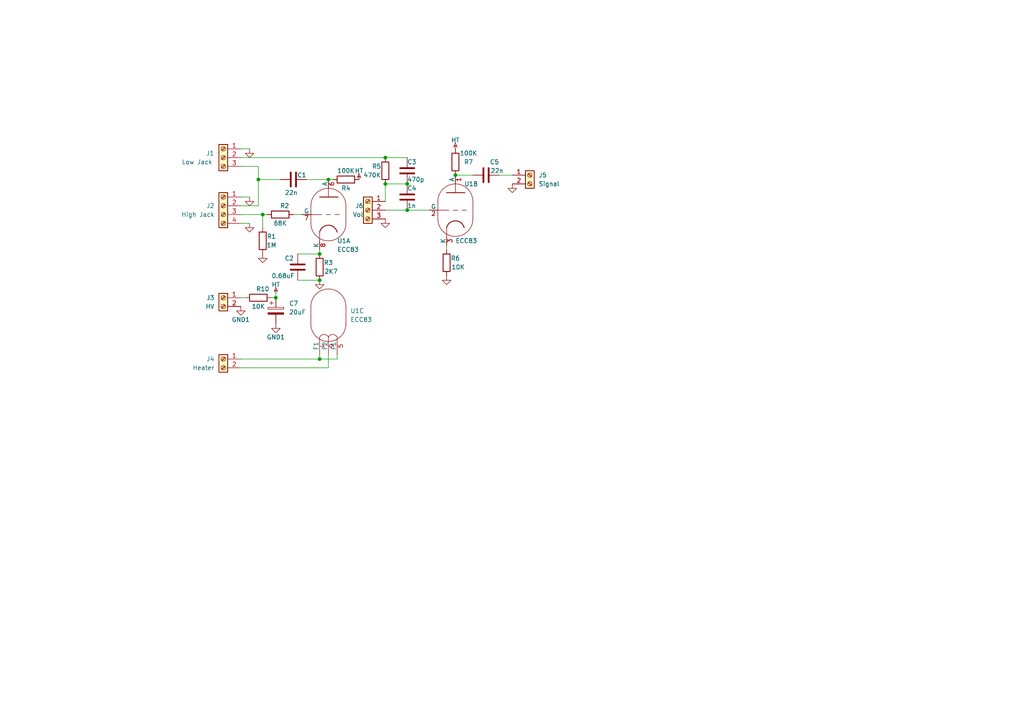
<source format=kicad_sch>
(kicad_sch (version 20230121) (generator eeschema)
  (paper "A4")
  (lib_symbols
    (symbol "Connector:Screw_Terminal_01x02" (pin_names (offset 1.016) hide)
      (property "Reference" "J" (at 0 2.54 0))
      (property "Value" "Screw_Terminal_01x02" (at 0 -5.08 0))
      (symbol "Screw_Terminal_01x02_1_1"
        (rectangle (start -1.27 1.27) (end 1.27 -3.81) (stroke (width 0.254)) (fill (type background)))
        (circle (center 0 -2.54) (radius 0.635) (stroke (width 0.1524)))
        (polyline (pts (xy -0.5334 -2.2098) (xy 0.3302 -3.048)) (stroke (width 0.1524)))
        (polyline (pts (xy -0.5334 0.3302) (xy 0.3302 -0.508)) (stroke (width 0.1524)))
        (polyline (pts (xy -0.3556 -2.032) (xy 0.508 -2.8702)) (stroke (width 0.1524)))
        (polyline (pts (xy -0.3556 0.508) (xy 0.508 -0.3302)) (stroke (width 0.1524)))
        (circle (center 0 0) (radius 0.635) (stroke (width 0.1524)))
        (pin passive line (at -5.08 0 0) (length 3.81) (name "Pin_1") (number "1"))
        (pin passive line (at -5.08 -2.54 0) (length 3.81) (name "Pin_2") (number "2"))
      )
    )
    (symbol "Connector:Screw_Terminal_01x03" (pin_names (offset 1.016) hide)
      (property "Reference" "J" (at 0 5.08 0))
      (property "Value" "Screw_Terminal_01x03" (at 0 -5.08 0))
      (symbol "Screw_Terminal_01x03_1_1"
        (rectangle (start -1.27 3.81) (end 1.27 -3.81) (stroke (width 0.254)) (fill (type background)))
        (circle (center 0 -2.54) (radius 0.635) (stroke (width 0.1524)))
        (polyline (pts (xy -0.5334 -2.2098) (xy 0.3302 -3.048)) (stroke (width 0.1524)))
        (polyline (pts (xy -0.5334 0.3302) (xy 0.3302 -0.508)) (stroke (width 0.1524)))
        (polyline (pts (xy -0.5334 2.8702) (xy 0.3302 2.032)) (stroke (width 0.1524)))
        (polyline (pts (xy -0.3556 -2.032) (xy 0.508 -2.8702)) (stroke (width 0.1524)))
        (polyline (pts (xy -0.3556 0.508) (xy 0.508 -0.3302)) (stroke (width 0.1524)))
        (polyline (pts (xy -0.3556 3.048) (xy 0.508 2.2098)) (stroke (width 0.1524)))
        (circle (center 0 0) (radius 0.635) (stroke (width 0.1524)))
        (circle (center 0 2.54) (radius 0.635) (stroke (width 0.1524)))
        (pin passive line (at -5.08 2.54 0) (length 3.81) (name "Pin_1") (number "1"))
        (pin passive line (at -5.08 0 0) (length 3.81) (name "Pin_2") (number "2"))
        (pin passive line (at -5.08 -2.54 0) (length 3.81) (name "Pin_3") (number "3"))
      )
    )
    (symbol "Connector:Screw_Terminal_01x04" (pin_names (offset 1.016) hide)
      (property "Reference" "J" (at 0 5.08 0))
      (property "Value" "Screw_Terminal_01x04" (at 0 -7.62 0))
      (symbol "Screw_Terminal_01x04_1_1"
        (rectangle (start -1.27 3.81) (end 1.27 -6.35) (stroke (width 0.254)) (fill (type background)))
        (circle (center 0 -5.08) (radius 0.635) (stroke (width 0.1524)))
        (circle (center 0 -2.54) (radius 0.635) (stroke (width 0.1524)))
        (polyline (pts (xy -0.5334 -4.7498) (xy 0.3302 -5.588)) (stroke (width 0.1524)))
        (polyline (pts (xy -0.5334 -2.2098) (xy 0.3302 -3.048)) (stroke (width 0.1524)))
        (polyline (pts (xy -0.5334 0.3302) (xy 0.3302 -0.508)) (stroke (width 0.1524)))
        (polyline (pts (xy -0.5334 2.8702) (xy 0.3302 2.032)) (stroke (width 0.1524)))
        (polyline (pts (xy -0.3556 -4.572) (xy 0.508 -5.4102)) (stroke (width 0.1524)))
        (polyline (pts (xy -0.3556 -2.032) (xy 0.508 -2.8702)) (stroke (width 0.1524)))
        (polyline (pts (xy -0.3556 0.508) (xy 0.508 -0.3302)) (stroke (width 0.1524)))
        (polyline (pts (xy -0.3556 3.048) (xy 0.508 2.2098)) (stroke (width 0.1524)))
        (circle (center 0 0) (radius 0.635) (stroke (width 0.1524)))
        (circle (center 0 2.54) (radius 0.635) (stroke (width 0.1524)))
        (pin passive line (at -5.08 2.54 0) (length 3.81) (name "Pin_1") (number "1"))
        (pin passive line (at -5.08 0 0) (length 3.81) (name "Pin_2") (number "2"))
        (pin passive line (at -5.08 -2.54 0) (length 3.81) (name "Pin_3") (number "3"))
        (pin passive line (at -5.08 -5.08 0) (length 3.81) (name "Pin_4") (number "4"))
      )
    )
    (symbol "Device:C" (pin_numbers hide) (pin_names (offset 0.254))
      (property "Reference" "C" (at 0.635 2.54 0))
      (property "Value" "C" (at 0.635 -2.54 0))
      (symbol "C_0_1"
        (polyline (pts (xy -2.032 -0.762) (xy 2.032 -0.762)) (stroke (width 0.508)))
        (polyline (pts (xy -2.032 0.762) (xy 2.032 0.762)) (stroke (width 0.508)))
      )
      (symbol "C_1_1"
        (pin passive line (at 0 3.81 270) (length 2.794) (name "~") (number "1"))
        (pin passive line (at 0 -3.81 90) (length 2.794) (name "~") (number "2"))
      )
    )
    (symbol "Device:C_Polarized" (pin_numbers hide) (pin_names (offset 0.254))
      (property "Reference" "C" (at 0.635 2.54 0))
      (property "Value" "C_Polarized" (at 0.635 -2.54 0))
      (symbol "C_Polarized_0_1"
        (rectangle (start -2.286 0.508) (end 2.286 1.016))
        (polyline (pts (xy -1.778 2.286) (xy -0.762 2.286)))
        (polyline (pts (xy -1.27 2.794) (xy -1.27 1.778)))
        (rectangle (start 2.286 -0.508) (end -2.286 -1.016) (fill (type outline)))
      )
      (symbol "C_Polarized_1_1"
        (pin passive line (at 0 3.81 270) (length 2.794) (name "~") (number "1"))
        (pin passive line (at 0 -3.81 90) (length 2.794) (name "~") (number "2"))
      )
    )
    (symbol "Device:R" (pin_numbers hide) (pin_names (offset 0))
      (property "Reference" "R" (at 2.032 0 90))
      (property "Value" "R" (at 0 0 90))
      (symbol "R_0_1"
        (rectangle (start -1.016 -2.54) (end 1.016 2.54) (stroke (width 0.254)))
      )
      (symbol "R_1_1"
        (pin passive line (at 0 3.81 270) (length 1.27) (name "~") (number "1"))
        (pin passive line (at 0 -3.81 90) (length 1.27) (name "~") (number "2"))
      )
    )
    (symbol "Valve:ECC83" (pin_names (offset 0))
      (property "Reference" "U" (at 3.302 7.874 0))
      (property "Value" "ECC83" (at 8.89 -7.62 0))
      (symbol "ECC83_0_1"
        (arc (start -5.08 -2.54) (mid 0 -7.5979) (end 5.08 -2.54))
        (polyline (pts (xy 5.08 2.54) (xy 5.08 -2.54)))
        (polyline (pts (xy -5.08 2.54) (xy -5.08 -2.54) (xy -5.08 -2.54)))
        (arc (start 5.08 2.54) (mid 0 7.5979) (end -5.08 2.54))
      )
      (symbol "ECC83_1_0"
        (polyline (pts (xy -2.54 -5.08) (xy -2.54 -7.62)))
        (polyline (pts (xy 0 5.08) (xy 0 7.62)))
      )
      (symbol "ECC83_1_1"
        (polyline (pts (xy -5.08 0) (xy -3.175 0)))
        (polyline (pts (xy -1.905 0) (xy -3.175 0)) (stroke (width 0.1524)))
        (polyline (pts (xy -0.635 0) (xy 0.635 0)) (stroke (width 0.1524)))
        (polyline (pts (xy 1.905 0) (xy 3.175 0)) (stroke (width 0.1524)))
        (polyline (pts (xy -2.54 5.08) (xy 2.794 5.08) (xy 2.794 5.08)) (stroke (width 0.254)))
        (arc (start 2.54 -5.08) (mid 0 -3.0968) (end -2.54 -5.08) (stroke (width 0.254)))
        (pin output line (at 0 10.16 270) (length 2.54) (name "A") (number "6"))
        (pin input line (at -7.62 0 0) (length 2.54) (name "G") (number "7"))
        (pin bidirectional line (at -2.54 -10.16 90) (length 2.54) (name "K") (number "8"))
      )
      (symbol "ECC83_2_0"
        (polyline (pts (xy -2.54 -5.08) (xy -2.54 -7.62)))
        (polyline (pts (xy 0 5.08) (xy 0 7.62)))
      )
      (symbol "ECC83_2_1"
        (polyline (pts (xy -5.08 0) (xy -3.175 0)))
        (polyline (pts (xy -1.905 0) (xy -3.175 0)) (stroke (width 0.1524)))
        (polyline (pts (xy -0.635 0) (xy 0.635 0)) (stroke (width 0.1524)))
        (polyline (pts (xy 1.905 0) (xy 3.175 0)) (stroke (width 0.1524)))
        (polyline (pts (xy -2.54 5.08) (xy 2.794 5.08) (xy 2.794 5.08)) (stroke (width 0.254)))
        (arc (start 2.54 -5.08) (mid 0 -3.0968) (end -2.54 -5.08) (stroke (width 0.254)))
        (pin output line (at 0 10.16 270) (length 2.54) (name "A") (number "1"))
        (pin input line (at -7.62 0 0) (length 2.54) (name "G") (number "2"))
        (pin bidirectional line (at -2.54 -10.16 90) (length 2.54) (name "K") (number "3"))
      )
      (symbol "ECC83_3_1"
        (arc (start 0 -6.35) (mid -1.27 -5.5651) (end -2.54 -6.35))
        (arc (start 2.54 -6.35) (mid 1.27 -5.5651) (end 0 -6.35))
        (pin power_in line (at -2.54 -11.43 90) (length 5.08) (name "F1") (number "4"))
        (pin power_in line (at 2.54 -11.43 90) (length 5.08) (name "F1") (number "5"))
        (pin power_in line (at 0 -11.43 90) (length 5.08) (name "F2") (number "9"))
      )
    )
    (symbol "power:GND" (power) (pin_names (offset 0))
      (property "Value" "GND" (at 0 -3.81 0))
      (symbol "GND_0_1"
        (polyline (pts (xy 0 0) (xy 0 -1.27) (xy 1.27 -1.27) (xy 0 -2.54) (xy -1.27 -1.27) (xy 0 -1.27)))
      )
      (symbol "GND_1_1"
        (pin power_in line (at 0 0 270) (length 0) hide (name "GND") (number "1"))
      )
    )
    (symbol "power:GND1" (power) (pin_names (offset 0))
      (property "Value" "GND1" (at 0 -3.81 0))
      (symbol "GND1_0_1"
        (polyline (pts (xy 0 0) (xy 0 -1.27) (xy 1.27 -1.27) (xy 0 -2.54) (xy -1.27 -1.27) (xy 0 -1.27)))
      )
      (symbol "GND1_1_1"
        (pin power_in line (at 0 0 270) (length 0) hide (name "GND1") (number "1"))
      )
    )
    (symbol "power:HT" (power) (pin_names (offset 0))
      (property "Value" "HT" (at 0 2.286 0))
      (symbol "HT_0_0"
        (pin power_in line (at 0 0 90) (length 0) hide (name "HT") (number "1"))
      )
      (symbol "HT_0_1"
        (polyline (pts (xy 0 0) (xy 0 1.016) (xy 0 1.016)))
        (polyline (pts (xy 0 1.016) (xy 0.508 0.508) (xy 0 1.778) (xy -0.508 0.508) (xy 0 1.016) (xy 0 1.016)))
      )
    )
  )
  (junction (at 118.11 53.34))
  (junction (at 80.01 86.36))
  (junction (at 92.71 104.14))
  (junction (at 95.25 52.07))
  (junction (at 118.11 60.96))
  (junction (at 76.2 62.23))
  (junction (at 111.76 45.72))
  (junction (at 132.08 50.8))
  (junction (at 92.71 73.66))
  (junction (at 74.93 52.07))
  (junction (at 111.76 53.34))
  (junction (at 92.71 81.28))
  (wire (pts (xy 80.01 85.09) (xy 80.01 86.36)))
  (wire (pts (xy 144.78 50.8) (xy 148.59 50.8)))
  (wire (pts (xy 74.93 52.07) (xy 81.28 52.07)))
  (wire (pts (xy 88.9 52.07) (xy 95.25 52.07)))
  (wire (pts (xy 69.85 62.23) (xy 76.2 62.23)))
  (wire (pts (xy 69.85 43.18) (xy 72.39 43.18)))
  (wire (pts (xy 77.47 62.23) (xy 76.2 62.23)))
  (wire (pts (xy 86.36 81.28) (xy 92.71 81.28)))
  (wire (pts (xy 92.71 104.14) (xy 97.79 104.14)))
  (wire (pts (xy 96.52 52.07) (xy 95.25 52.07)))
  (wire (pts (xy 69.85 64.77) (xy 72.39 64.77)))
  (wire (pts (xy 85.09 62.23) (xy 87.63 62.23)))
  (wire (pts (xy 95.25 106.68) (xy 95.25 102.87)))
  (wire (pts (xy 118.11 60.96) (xy 124.46 60.96)))
  (wire (pts (xy 69.85 45.72) (xy 111.76 45.72)))
  (wire (pts (xy 69.85 106.68) (xy 95.25 106.68)))
  (wire (pts (xy 80.01 86.36) (xy 78.74 86.36)))
  (wire (pts (xy 71.12 86.36) (xy 69.85 86.36)))
  (wire (pts (xy 74.93 59.69) (xy 74.93 52.07)))
  (wire (pts (xy 69.85 48.26) (xy 74.93 48.26)))
  (wire (pts (xy 69.85 104.14) (xy 92.71 104.14)))
  (wire (pts (xy 92.71 73.66) (xy 92.71 72.39)))
  (wire (pts (xy 111.76 60.96) (xy 118.11 60.96)))
  (wire (pts (xy 111.76 45.72) (xy 118.11 45.72)))
  (wire (pts (xy 129.54 71.12) (xy 129.54 72.39)))
  (wire (pts (xy 76.2 66.04) (xy 76.2 62.23)))
  (wire (pts (xy 74.93 52.07) (xy 74.93 48.26)))
  (wire (pts (xy 86.36 73.66) (xy 92.71 73.66)))
  (wire (pts (xy 97.79 104.14) (xy 97.79 102.87)))
  (wire (pts (xy 111.76 53.34) (xy 111.76 58.42)))
  (wire (pts (xy 111.76 53.34) (xy 118.11 53.34)))
  (wire (pts (xy 132.08 50.8) (xy 137.16 50.8)))
  (wire (pts (xy 69.85 57.15) (xy 72.39 57.15)))
  (wire (pts (xy 69.85 59.69) (xy 74.93 59.69)))
  (wire (pts (xy 92.71 102.87) (xy 92.71 104.14)))
  (symbol (lib_id "Connector:Screw_Terminal_01x02") (at 64.77 104.14 0) (mirror y) (unit 1)
    (property "Reference" "J4" (at 62.23 104.14 0) (effects (justify left)))
    (property "Value" "Heater" (at 62.23 106.68 0) (effects (justify left)))
    (property "Footprint" "Connector_Molex:Molex_Micro-Fit_3.0_43650-0215_1x02_P3.00mm_Vertical" (effects hide))
  )
  (symbol (lib_id "Valve:ECC83") (at 132.08 60.96 0) (unit 2)
    (property "Reference" "U1" (at 134.62 53.34 0) (effects (justify left)))
    (property "Value" "ECC83" (at 132.08 69.85 0) (effects (justify left)))
    (property "Footprint" "CustomFootprints:BELTON_VT9-PT" (effects hide))
    (property "Datasheet" "http://www.r-type.org/pdfs/ecc83.pdf" (effects hide))
  )
  (symbol (lib_id "Device:C") (at 86.36 77.47 0) (unit 1)
    (property "Reference" "C2" (at 82.55 74.93 0) (effects (justify left)))
    (property "Value" "0.68uF" (at 78.74 80.01 0) (effects (justify left)))
    (property "Footprint" "Capacitor_THT:C_Rect_L10.0mm_W4.0mm_P7.50mm_MKS4" (effects hide))
  )
  (symbol (lib_id "Device:C") (at 85.09 52.07 90) (unit 1)
    (property "Reference" "C1" (at 88.9 50.8 90) (effects (justify left)))
    (property "Value" "22n" (at 86.36 55.88 90) (effects (justify left)))
    (property "Footprint" "Capacitor_THT:C_Rect_L13.0mm_W4.0mm_P10.00mm_FKS3_FKP3_MKS4" (effects hide))
  )
  (symbol (lib_id "Device:R") (at 129.54 76.2 180) (unit 1)
    (property "Reference" "R6" (at 132.08 74.93 0))
    (property "Value" "10K " (at 133.35 77.47 0))
    (property "Footprint" "Resistor_THT:R_Axial_DIN0309_L9.0mm_D3.2mm_P12.70mm_Horizontal" (effects hide))
  )
  (symbol (lib_id "Connector:Screw_Terminal_01x02") (at 153.67 50.8 0) (unit 1)
    (property "Reference" "J5" (at 156.21 50.8 0) (effects (justify left)))
    (property "Value" "Signal" (at 156.21 53.34 0) (effects (justify left)))
    (property "Footprint" "Connector_Molex:Molex_Micro-Fit_3.0_43650-0200_1x02_P3.00mm_Horizontal" (effects hide))
  )
  (symbol (lib_id "Connector:Screw_Terminal_01x03") (at 64.77 45.72 0) (mirror y) (unit 1)
    (property "Reference" "J1" (at 60.96 44.45 0))
    (property "Value" "Low Jack" (at 57.15 46.99 0))
    (property "Footprint" "Connector_Molex:Molex_Micro-Fit_3.0_43650-0315_1x03_P3.00mm_Vertical" (effects hide))
  )
  (symbol (lib_id "power:GND") (at 72.39 43.18 0) (unit 1)
    (property "Reference" "#PWR01" (effects hide))
    (property "Value" "GND" (effects hide))
  )
  (symbol (lib_id "Valve:ECC83") (at 95.25 62.23 0) (unit 1)
    (property "Reference" "U1" (at 97.79 69.85 0) (effects (justify left)))
    (property "Value" "ECC83" (at 97.79 72.39 0) (effects (justify left)))
    (property "Footprint" "CustomFootprints:BELTON_VT9-PT" (effects hide))
    (property "Datasheet" "http://www.r-type.org/pdfs/ecc83.pdf" (effects hide))
  )
  (symbol (lib_id "Device:R") (at 76.2 69.85 180) (unit 1)
    (property "Reference" "R1" (at 78.74 68.58 0))
    (property "Value" "1M" (at 78.74 71.12 0))
    (property "Footprint" "Resistor_THT:R_Axial_DIN0309_L9.0mm_D3.2mm_P12.70mm_Horizontal" (effects hide))
  )
  (symbol (lib_id "power:HT") (at 80.01 85.09 0) (unit 1)
    (property "Reference" "#PWR08" (effects hide))
    (property "Value" "HT" (at 80.01 82.55 0))
  )
  (symbol (lib_id "Device:R") (at 92.71 77.47 180) (unit 1)
    (property "Reference" "R3" (at 95.25 76.2 0))
    (property "Value" "2K7 " (at 96.52 78.74 0))
    (property "Footprint" "Resistor_THT:R_Axial_DIN0309_L9.0mm_D3.2mm_P12.70mm_Horizontal" (effects hide))
  )
  (symbol (lib_id "Device:R") (at 74.93 86.36 270) (unit 1)
    (property "Reference" "R10" (at 76.2 83.82 90))
    (property "Value" "10K" (at 74.93 88.9 90))
    (property "Footprint" "Resistor_THT:R_Axial_DIN0309_L9.0mm_D3.2mm_P12.70mm_Horizontal" (effects hide))
  )
  (symbol (lib_id "power:GND") (at 111.76 63.5 0) (unit 1)
    (property "Reference" "#PWR05" (effects hide))
    (property "Value" "GND" (effects hide))
  )
  (symbol (lib_id "power:HT") (at 132.08 43.18 0) (unit 1)
    (property "Reference" "#PWR011" (effects hide))
    (property "Value" "HT" (at 132.08 40.64 0))
  )
  (symbol (lib_id "Device:C") (at 140.97 50.8 90) (unit 1)
    (property "Reference" "C5" (at 144.78 46.99 90) (effects (justify left)))
    (property "Value" "22n" (at 146.05 49.53 90) (effects (justify left)))
    (property "Footprint" "Capacitor_THT:C_Rect_L13.0mm_W4.0mm_P10.00mm_FKS3_FKP3_MKS4" (effects hide))
  )
  (symbol (lib_id "power:HT") (at 104.14 52.07 0) (unit 1)
    (property "Reference" "#PWR014" (effects hide))
    (property "Value" "HT" (at 104.14 49.53 0))
  )
  (symbol (lib_id "power:GND") (at 92.71 81.28 0) (unit 1)
    (property "Reference" "#PWR012" (effects hide))
    (property "Value" "GND" (effects hide))
  )
  (symbol (lib_id "Connector:Screw_Terminal_01x04") (at 64.77 59.69 0) (mirror y) (unit 1)
    (property "Reference" "J2" (at 62.23 59.69 0) (effects (justify left)))
    (property "Value" "High Jack" (at 62.23 62.23 0) (effects (justify left)))
    (property "Footprint" "Connector_Molex:Molex_Micro-Fit_3.0_43650-0415_1x04_P3.00mm_Vertical" (effects hide))
  )
  (symbol (lib_id "power:GND") (at 72.39 57.15 0) (unit 1)
    (property "Reference" "#PWR02" (effects hide))
    (property "Value" "GND" (effects hide))
  )
  (symbol (lib_id "Connector:Screw_Terminal_01x03") (at 106.68 60.96 0) (mirror y) (unit 1)
    (property "Reference" "J6" (at 105.41 59.69 0) (effects (justify left)))
    (property "Value" "Vol" (at 105.41 62.23 0) (effects (justify left)))
    (property "Footprint" "Connector_Molex:Molex_Micro-Fit_3.0_43650-0315_1x03_P3.00mm_Vertical" (effects hide))
  )
  (symbol (lib_id "Device:C_Polarized") (at 80.01 90.17 0) (unit 1)
    (property "Reference" "C7" (at 83.82 88.011 0) (effects (justify left)))
    (property "Value" "20uF" (at 83.82 90.551 0) (effects (justify left)))
    (property "Footprint" "Capacitor_THT:CP_Radial_D13.0mm_P5.00mm" (effects hide))
  )
  (symbol (lib_id "Device:R") (at 132.08 46.99 0) (unit 1)
    (property "Reference" "R7" (at 135.89 46.99 0))
    (property "Value" "100K" (at 135.89 44.45 0))
    (property "Footprint" "Resistor_THT:R_Axial_DIN0411_L9.9mm_D3.6mm_P12.70mm_Horizontal" (effects hide))
  )
  (symbol (lib_id "power:GND") (at 148.59 53.34 0) (unit 1)
    (property "Reference" "#PWR07" (effects hide))
    (property "Value" "GND" (effects hide))
  )
  (symbol (lib_id "power:GND1") (at 80.01 93.98 0) (unit 1)
    (property "Reference" "#PWR010" (effects hide))
    (property "Value" "GND1" (at 80.01 97.79 0))
  )
  (symbol (lib_id "Connector:Screw_Terminal_01x02") (at 64.77 86.36 0) (mirror y) (unit 1)
    (property "Reference" "J3" (at 62.23 86.36 0) (effects (justify left)))
    (property "Value" "HV" (at 62.23 88.9 0) (effects (justify left)))
    (property "Footprint" "Connector_Molex:Molex_Micro-Fit_3.0_43650-0200_1x02_P3.00mm_Horizontal" (effects hide))
  )
  (symbol (lib_id "Device:C") (at 118.11 49.53 0) (unit 1)
    (property "Reference" "C3" (at 118.11 46.99 0) (effects (justify left)))
    (property "Value" "470p" (at 118.11 52.07 0) (effects (justify left)))
    (property "Footprint" "CustomFootprints:FG26 Cap" (effects hide))
  )
  (symbol (lib_id "power:GND") (at 129.54 80.01 0) (unit 1)
    (property "Reference" "#PWR013" (effects hide))
    (property "Value" "GND" (effects hide))
  )
  (symbol (lib_id "Device:R") (at 81.28 62.23 90) (unit 1)
    (property "Reference" "R2" (at 82.55 59.69 90))
    (property "Value" "68K" (at 81.28 64.77 90))
    (property "Footprint" "Resistor_THT:R_Axial_DIN0309_L9.0mm_D3.2mm_P12.70mm_Horizontal" (effects hide))
  )
  (symbol (lib_id "Valve:ECC83") (at 95.25 91.44 0) (unit 3)
    (property "Reference" "U1" (at 101.6 90.17 0) (effects (justify left)))
    (property "Value" "ECC83" (at 101.6 92.71 0) (effects (justify left)))
    (property "Footprint" "CustomFootprints:BELTON_VT9-PT" (effects hide))
    (property "Datasheet" "http://www.r-type.org/pdfs/ecc83.pdf" (effects hide))
  )
  (symbol (lib_id "power:GND") (at 72.39 64.77 0) (unit 1)
    (property "Reference" "#PWR03" (effects hide))
    (property "Value" "GND" (effects hide))
  )
  (symbol (lib_id "power:GND1") (at 69.85 88.9 0) (unit 1)
    (property "Reference" "#PWR09" (effects hide))
    (property "Value" "GND1" (at 69.85 92.71 0))
  )
  (symbol (lib_id "Device:R") (at 111.76 49.53 180) (unit 1)
    (property "Reference" "R5" (at 109.22 48.26 0))
    (property "Value" "470K" (at 107.95 50.8 0))
    (property "Footprint" "Resistor_THT:R_Axial_DIN0309_L9.0mm_D3.2mm_P12.70mm_Horizontal" (effects hide))
  )
  (symbol (lib_id "power:GND") (at 76.2 73.66 0) (unit 1)
    (property "Reference" "#PWR04" (effects hide))
    (property "Value" "GND" (effects hide))
  )
  (symbol (lib_id "Device:R") (at 100.33 52.07 270) (unit 1)
    (property "Reference" "R4" (at 100.33 54.61 90))
    (property "Value" "100K" (at 100.33 49.53 90))
    (property "Footprint" "Resistor_THT:R_Axial_DIN0411_L9.9mm_D3.6mm_P12.70mm_Horizontal" (effects hide))
  )
  (symbol (lib_id "Device:C") (at 118.11 57.15 0) (unit 1)
    (property "Reference" "C4" (at 118.11 54.61 0) (effects (justify left)))
    (property "Value" "1n" (at 118.11 59.69 0) (effects (justify left)))
    (property "Footprint" "CustomFootprints:FG26 Cap" (effects hide))
  )
)
</source>
